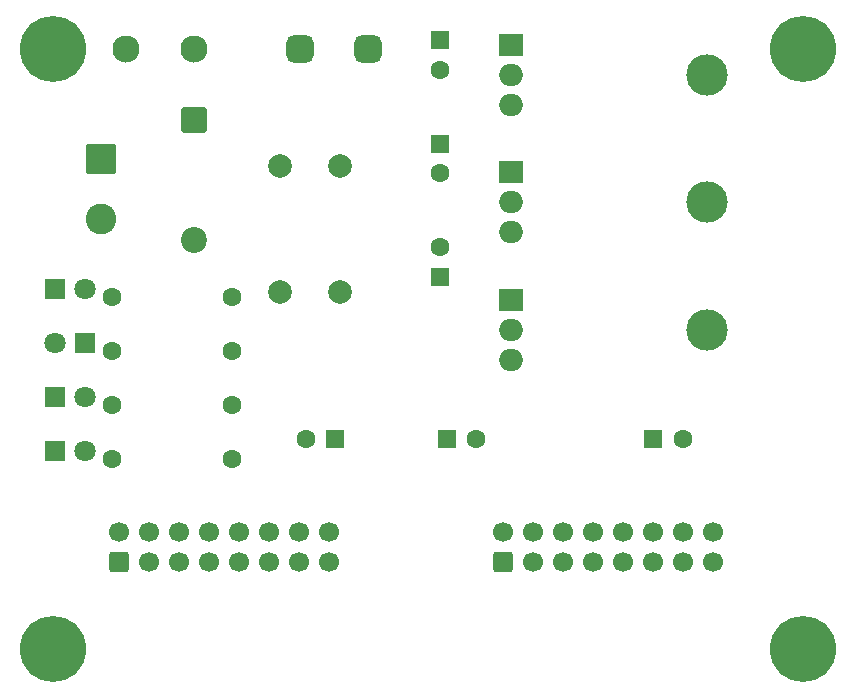
<source format=gts>
%TF.GenerationSoftware,KiCad,Pcbnew,9.0.3*%
%TF.CreationDate,2026-01-03T18:42:08+00:00*%
%TF.ProjectId,bcm-power-supply,62636d2d-706f-4776-9572-2d737570706c,rev02*%
%TF.SameCoordinates,Original*%
%TF.FileFunction,Soldermask,Top*%
%TF.FilePolarity,Negative*%
%FSLAX46Y46*%
G04 Gerber Fmt 4.6, Leading zero omitted, Abs format (unit mm)*
G04 Created by KiCad (PCBNEW 9.0.3) date 2026-01-03 18:42:08*
%MOMM*%
%LPD*%
G01*
G04 APERTURE LIST*
G04 Aperture macros list*
%AMRoundRect*
0 Rectangle with rounded corners*
0 $1 Rounding radius*
0 $2 $3 $4 $5 $6 $7 $8 $9 X,Y pos of 4 corners*
0 Add a 4 corners polygon primitive as box body*
4,1,4,$2,$3,$4,$5,$6,$7,$8,$9,$2,$3,0*
0 Add four circle primitives for the rounded corners*
1,1,$1+$1,$2,$3*
1,1,$1+$1,$4,$5*
1,1,$1+$1,$6,$7*
1,1,$1+$1,$8,$9*
0 Add four rect primitives between the rounded corners*
20,1,$1+$1,$2,$3,$4,$5,0*
20,1,$1+$1,$4,$5,$6,$7,0*
20,1,$1+$1,$6,$7,$8,$9,0*
20,1,$1+$1,$8,$9,$2,$3,0*%
G04 Aperture macros list end*
%ADD10C,1.600000*%
%ADD11C,3.500000*%
%ADD12R,2.000000X1.905000*%
%ADD13O,2.000000X1.905000*%
%ADD14RoundRect,0.575000X0.575000X0.575000X-0.575000X0.575000X-0.575000X-0.575000X0.575000X-0.575000X0*%
%ADD15C,2.300000*%
%ADD16RoundRect,0.250000X-1.050000X1.050000X-1.050000X-1.050000X1.050000X-1.050000X1.050000X1.050000X0*%
%ADD17C,2.600000*%
%ADD18R,1.800000X1.800000*%
%ADD19C,1.800000*%
%ADD20RoundRect,0.250000X-0.550000X-0.550000X0.550000X-0.550000X0.550000X0.550000X-0.550000X0.550000X0*%
%ADD21RoundRect,0.250000X0.550000X0.550000X-0.550000X0.550000X-0.550000X-0.550000X0.550000X-0.550000X0*%
%ADD22C,2.000000*%
%ADD23RoundRect,0.250000X-0.550000X0.550000X-0.550000X-0.550000X0.550000X-0.550000X0.550000X0.550000X0*%
%ADD24RoundRect,0.250000X0.600000X-0.600000X0.600000X0.600000X-0.600000X0.600000X-0.600000X-0.600000X0*%
%ADD25C,1.700000*%
%ADD26C,5.600000*%
%ADD27RoundRect,0.249999X-0.850001X0.850001X-0.850001X-0.850001X0.850001X-0.850001X0.850001X0.850001X0*%
%ADD28C,2.200000*%
%ADD29RoundRect,0.250000X0.550000X-0.550000X0.550000X0.550000X-0.550000X0.550000X-0.550000X-0.550000X0*%
G04 APERTURE END LIST*
D10*
%TO.C,R3*%
X68453000Y-89027000D03*
X78613000Y-89027000D03*
%TD*%
D11*
%TO.C,U3*%
X118872000Y-87249000D03*
D12*
X102212000Y-84709000D03*
D13*
X102212000Y-87249000D03*
X102212000Y-89789000D03*
%TD*%
D14*
%TO.C,F1*%
X90138000Y-63500000D03*
X84338000Y-63500000D03*
D15*
X75438000Y-63500000D03*
X69638000Y-63500000D03*
%TD*%
D16*
%TO.C,J1*%
X67564000Y-72771000D03*
D17*
X67564000Y-77851000D03*
%TD*%
D18*
%TO.C,D3*%
X63627000Y-92964000D03*
D19*
X66167000Y-92964000D03*
%TD*%
D10*
%TO.C,R1*%
X78613000Y-84455000D03*
X68453000Y-84455000D03*
%TD*%
D20*
%TO.C,C3*%
X114300000Y-96520000D03*
D10*
X116800000Y-96520000D03*
%TD*%
D21*
%TO.C,C6*%
X87376000Y-96520000D03*
D10*
X84876000Y-96520000D03*
%TD*%
%TO.C,R4*%
X78613000Y-98171000D03*
X68453000Y-98171000D03*
%TD*%
D22*
%TO.C,L1*%
X82677000Y-73406000D03*
X87757000Y-73406000D03*
%TD*%
D11*
%TO.C,U1*%
X118872000Y-65659000D03*
D12*
X102212000Y-63119000D03*
D13*
X102212000Y-65659000D03*
X102212000Y-68199000D03*
%TD*%
D10*
%TO.C,R2*%
X78613000Y-93599000D03*
X68453000Y-93599000D03*
%TD*%
D23*
%TO.C,C2*%
X96266000Y-71501000D03*
D10*
X96266000Y-74001000D03*
%TD*%
D24*
%TO.C,J2*%
X69088000Y-106934000D03*
D25*
X69088000Y-104394000D03*
X71628000Y-106934000D03*
X71628000Y-104394000D03*
X74168000Y-106934000D03*
X74168000Y-104394000D03*
X76708000Y-106934000D03*
X76708000Y-104394000D03*
X79248000Y-106934000D03*
X79248000Y-104394000D03*
X81788000Y-106934000D03*
X81788000Y-104394000D03*
X84328000Y-106934000D03*
X84328000Y-104394000D03*
X86868000Y-106934000D03*
X86868000Y-104394000D03*
%TD*%
D20*
%TO.C,C4*%
X96814000Y-96520000D03*
D10*
X99314000Y-96520000D03*
%TD*%
D18*
%TO.C,D5*%
X63627000Y-97536000D03*
D19*
X66167000Y-97536000D03*
%TD*%
D22*
%TO.C,L2*%
X82677000Y-84074000D03*
X87757000Y-84074000D03*
%TD*%
D26*
%TO.C,H1*%
X63500000Y-63500000D03*
%TD*%
D24*
%TO.C,J3*%
X101600000Y-106934000D03*
D25*
X101600000Y-104394000D03*
X104140000Y-106934000D03*
X104140000Y-104394000D03*
X106680000Y-106934000D03*
X106680000Y-104394000D03*
X109220000Y-106934000D03*
X109220000Y-104394000D03*
X111760000Y-106934000D03*
X111760000Y-104394000D03*
X114300000Y-106934000D03*
X114300000Y-104394000D03*
X116840000Y-106934000D03*
X116840000Y-104394000D03*
X119380000Y-106934000D03*
X119380000Y-104394000D03*
%TD*%
D27*
%TO.C,D1*%
X75438000Y-69469000D03*
D28*
X75438000Y-79629000D03*
%TD*%
D23*
%TO.C,C1*%
X96266000Y-62738000D03*
D10*
X96266000Y-65238000D03*
%TD*%
D29*
%TO.C,C5*%
X96266000Y-82764000D03*
D10*
X96266000Y-80264000D03*
%TD*%
D11*
%TO.C,U2*%
X118872000Y-76454000D03*
D12*
X102212000Y-73914000D03*
D13*
X102212000Y-76454000D03*
X102212000Y-78994000D03*
%TD*%
D26*
%TO.C,H2*%
X63500000Y-114300000D03*
%TD*%
D18*
%TO.C,D2*%
X63627000Y-83820000D03*
D19*
X66167000Y-83820000D03*
%TD*%
D26*
%TO.C,H4*%
X127000000Y-114300000D03*
%TD*%
D18*
%TO.C,D4*%
X66167000Y-88392000D03*
D19*
X63627000Y-88392000D03*
%TD*%
D26*
%TO.C,H3*%
X127000000Y-63500000D03*
%TD*%
M02*

</source>
